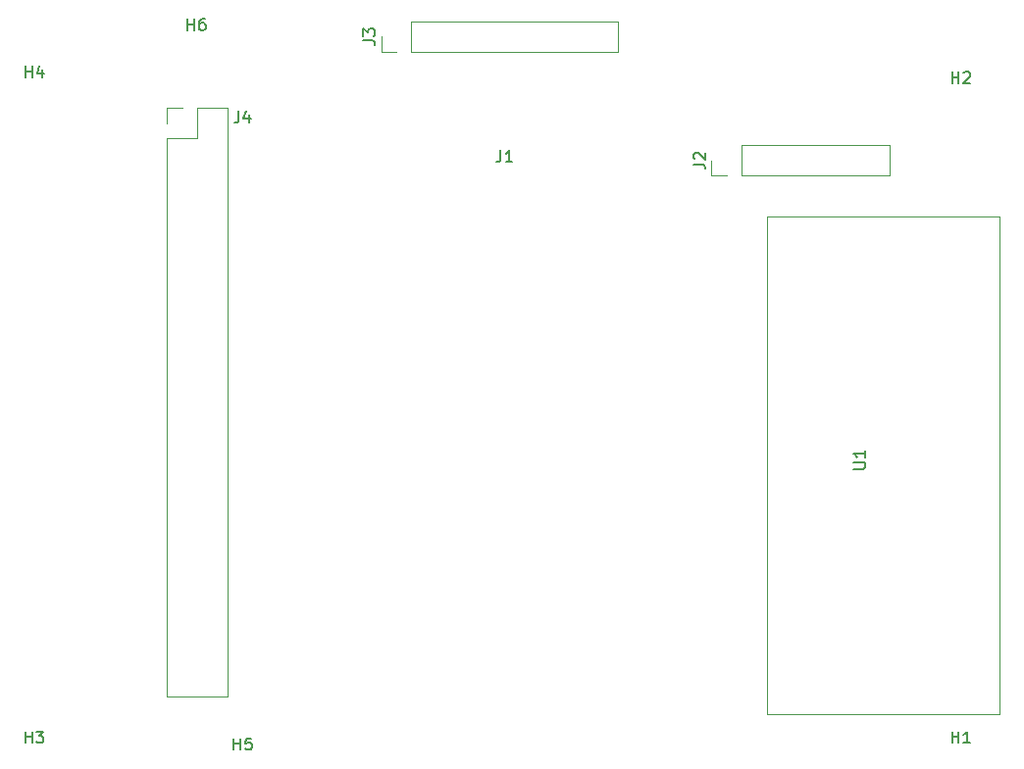
<source format=gbr>
%TF.GenerationSoftware,KiCad,Pcbnew,(6.0.4)*%
%TF.CreationDate,2022-09-23T14:26:36-04:00*%
%TF.ProjectId,CubeSat,43756265-5361-4742-9e6b-696361645f70,rev?*%
%TF.SameCoordinates,Original*%
%TF.FileFunction,Legend,Top*%
%TF.FilePolarity,Positive*%
%FSLAX46Y46*%
G04 Gerber Fmt 4.6, Leading zero omitted, Abs format (unit mm)*
G04 Created by KiCad (PCBNEW (6.0.4)) date 2022-09-23 14:26:36*
%MOMM*%
%LPD*%
G01*
G04 APERTURE LIST*
%ADD10C,0.150000*%
%ADD11C,0.120000*%
G04 APERTURE END LIST*
D10*
%TO.C,J4*%
X116666666Y-56352380D02*
X116666666Y-57066666D01*
X116619047Y-57209523D01*
X116523809Y-57304761D01*
X116380952Y-57352380D01*
X116285714Y-57352380D01*
X117571428Y-56685714D02*
X117571428Y-57352380D01*
X117333333Y-56304761D02*
X117095238Y-57019047D01*
X117714285Y-57019047D01*
%TO.C,J1*%
X139274666Y-59739380D02*
X139274666Y-60453666D01*
X139227047Y-60596523D01*
X139131809Y-60691761D01*
X138988952Y-60739380D01*
X138893714Y-60739380D01*
X140274666Y-60739380D02*
X139703238Y-60739380D01*
X139988952Y-60739380D02*
X139988952Y-59739380D01*
X139893714Y-59882238D01*
X139798476Y-59977476D01*
X139703238Y-60025095D01*
%TO.C,J2*%
X155922380Y-60933333D02*
X156636666Y-60933333D01*
X156779523Y-60980952D01*
X156874761Y-61076190D01*
X156922380Y-61219047D01*
X156922380Y-61314285D01*
X156017619Y-60504761D02*
X155970000Y-60457142D01*
X155922380Y-60361904D01*
X155922380Y-60123809D01*
X155970000Y-60028571D01*
X156017619Y-59980952D01*
X156112857Y-59933333D01*
X156208095Y-59933333D01*
X156350952Y-59980952D01*
X156922380Y-60552380D01*
X156922380Y-59933333D01*
%TO.C,U1*%
X169752380Y-87261904D02*
X170561904Y-87261904D01*
X170657142Y-87214285D01*
X170704761Y-87166666D01*
X170752380Y-87071428D01*
X170752380Y-86880952D01*
X170704761Y-86785714D01*
X170657142Y-86738095D01*
X170561904Y-86690476D01*
X169752380Y-86690476D01*
X170752380Y-85690476D02*
X170752380Y-86261904D01*
X170752380Y-85976190D02*
X169752380Y-85976190D01*
X169895238Y-86071428D01*
X169990476Y-86166666D01*
X170038095Y-86261904D01*
%TO.C,H2*%
X178238095Y-53952380D02*
X178238095Y-52952380D01*
X178238095Y-53428571D02*
X178809523Y-53428571D01*
X178809523Y-53952380D02*
X178809523Y-52952380D01*
X179238095Y-53047619D02*
X179285714Y-53000000D01*
X179380952Y-52952380D01*
X179619047Y-52952380D01*
X179714285Y-53000000D01*
X179761904Y-53047619D01*
X179809523Y-53142857D01*
X179809523Y-53238095D01*
X179761904Y-53380952D01*
X179190476Y-53952380D01*
X179809523Y-53952380D01*
%TO.C,H3*%
X98238095Y-110952380D02*
X98238095Y-109952380D01*
X98238095Y-110428571D02*
X98809523Y-110428571D01*
X98809523Y-110952380D02*
X98809523Y-109952380D01*
X99190476Y-109952380D02*
X99809523Y-109952380D01*
X99476190Y-110333333D01*
X99619047Y-110333333D01*
X99714285Y-110380952D01*
X99761904Y-110428571D01*
X99809523Y-110523809D01*
X99809523Y-110761904D01*
X99761904Y-110857142D01*
X99714285Y-110904761D01*
X99619047Y-110952380D01*
X99333333Y-110952380D01*
X99238095Y-110904761D01*
X99190476Y-110857142D01*
%TO.C,H5*%
X116238095Y-111552380D02*
X116238095Y-110552380D01*
X116238095Y-111028571D02*
X116809523Y-111028571D01*
X116809523Y-111552380D02*
X116809523Y-110552380D01*
X117761904Y-110552380D02*
X117285714Y-110552380D01*
X117238095Y-111028571D01*
X117285714Y-110980952D01*
X117380952Y-110933333D01*
X117619047Y-110933333D01*
X117714285Y-110980952D01*
X117761904Y-111028571D01*
X117809523Y-111123809D01*
X117809523Y-111361904D01*
X117761904Y-111457142D01*
X117714285Y-111504761D01*
X117619047Y-111552380D01*
X117380952Y-111552380D01*
X117285714Y-111504761D01*
X117238095Y-111457142D01*
%TO.C,J3*%
X127422380Y-50233333D02*
X128136666Y-50233333D01*
X128279523Y-50280952D01*
X128374761Y-50376190D01*
X128422380Y-50519047D01*
X128422380Y-50614285D01*
X127422380Y-49852380D02*
X127422380Y-49233333D01*
X127803333Y-49566666D01*
X127803333Y-49423809D01*
X127850952Y-49328571D01*
X127898571Y-49280952D01*
X127993809Y-49233333D01*
X128231904Y-49233333D01*
X128327142Y-49280952D01*
X128374761Y-49328571D01*
X128422380Y-49423809D01*
X128422380Y-49709523D01*
X128374761Y-49804761D01*
X128327142Y-49852380D01*
%TO.C,H1*%
X178238095Y-110952380D02*
X178238095Y-109952380D01*
X178238095Y-110428571D02*
X178809523Y-110428571D01*
X178809523Y-110952380D02*
X178809523Y-109952380D01*
X179809523Y-110952380D02*
X179238095Y-110952380D01*
X179523809Y-110952380D02*
X179523809Y-109952380D01*
X179428571Y-110095238D01*
X179333333Y-110190476D01*
X179238095Y-110238095D01*
%TO.C,H4*%
X98238095Y-53452380D02*
X98238095Y-52452380D01*
X98238095Y-52928571D02*
X98809523Y-52928571D01*
X98809523Y-53452380D02*
X98809523Y-52452380D01*
X99714285Y-52785714D02*
X99714285Y-53452380D01*
X99476190Y-52404761D02*
X99238095Y-53119047D01*
X99857142Y-53119047D01*
%TO.C,H6*%
X112238095Y-49352380D02*
X112238095Y-48352380D01*
X112238095Y-48828571D02*
X112809523Y-48828571D01*
X112809523Y-49352380D02*
X112809523Y-48352380D01*
X113714285Y-48352380D02*
X113523809Y-48352380D01*
X113428571Y-48400000D01*
X113380952Y-48447619D01*
X113285714Y-48590476D01*
X113238095Y-48780952D01*
X113238095Y-49161904D01*
X113285714Y-49257142D01*
X113333333Y-49304761D01*
X113428571Y-49352380D01*
X113619047Y-49352380D01*
X113714285Y-49304761D01*
X113761904Y-49257142D01*
X113809523Y-49161904D01*
X113809523Y-48923809D01*
X113761904Y-48828571D01*
X113714285Y-48780952D01*
X113619047Y-48733333D01*
X113428571Y-48733333D01*
X113333333Y-48780952D01*
X113285714Y-48828571D01*
X113238095Y-48923809D01*
D11*
%TO.C,J4*%
X110470000Y-58660000D02*
X110470000Y-106980000D01*
X110470000Y-57390000D02*
X110470000Y-56060000D01*
X110470000Y-56060000D02*
X111800000Y-56060000D01*
X113070000Y-58660000D02*
X113070000Y-56060000D01*
X115670000Y-56060000D02*
X115670000Y-106980000D01*
X110470000Y-106980000D02*
X115670000Y-106980000D01*
X113070000Y-56060000D02*
X115670000Y-56060000D01*
X110470000Y-58660000D02*
X113070000Y-58660000D01*
%TO.C,J2*%
X160070000Y-59270000D02*
X172830000Y-59270000D01*
X158800000Y-61930000D02*
X157470000Y-61930000D01*
X160070000Y-61930000D02*
X172830000Y-61930000D01*
X172830000Y-61930000D02*
X172830000Y-59270000D01*
X157470000Y-61930000D02*
X157470000Y-60600000D01*
X160070000Y-61930000D02*
X160070000Y-59270000D01*
%TO.C,U1*%
X162300000Y-108500000D02*
X182300000Y-108500000D01*
X182300000Y-108500000D02*
X182300000Y-65500000D01*
X182300000Y-65500000D02*
X162300000Y-65500000D01*
X162300000Y-65500000D02*
X162300000Y-108500000D01*
%TO.C,J3*%
X131570000Y-51230000D02*
X149410000Y-51230000D01*
X131570000Y-48570000D02*
X149410000Y-48570000D01*
X128970000Y-51230000D02*
X128970000Y-49900000D01*
X130300000Y-51230000D02*
X128970000Y-51230000D01*
X149410000Y-51230000D02*
X149410000Y-48570000D01*
X131570000Y-51230000D02*
X131570000Y-48570000D01*
%TD*%
M02*

</source>
